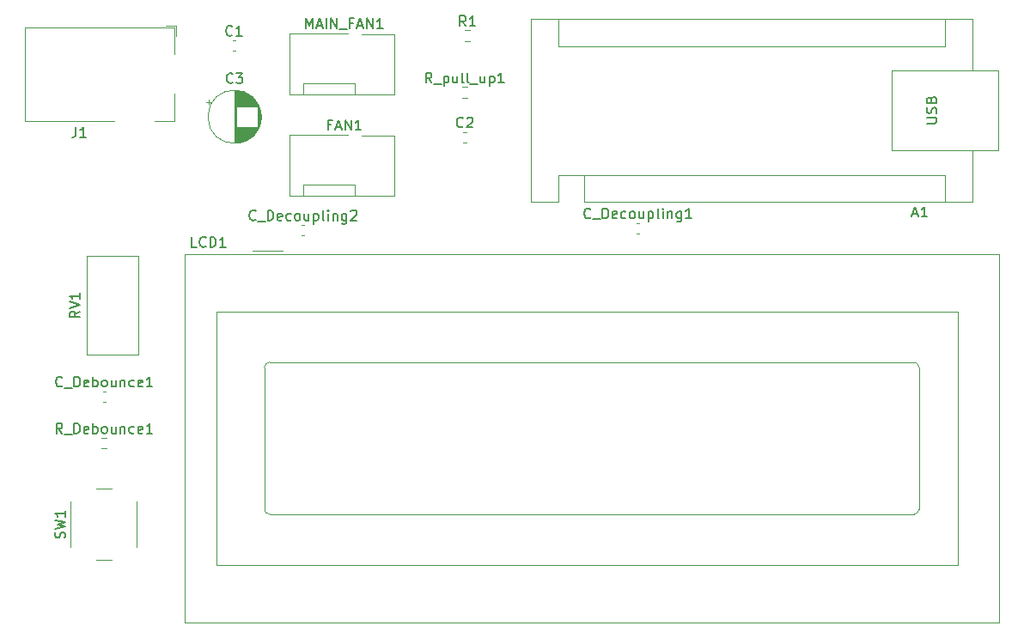
<source format=gto>
%TF.GenerationSoftware,KiCad,Pcbnew,8.0.5*%
%TF.CreationDate,2024-10-30T03:14:09+09:00*%
%TF.ProjectId,FAN_controler_arduino_nano_2,46414e5f-636f-46e7-9472-6f6c65725f61,2.0*%
%TF.SameCoordinates,Original*%
%TF.FileFunction,Legend,Top*%
%TF.FilePolarity,Positive*%
%FSLAX46Y46*%
G04 Gerber Fmt 4.6, Leading zero omitted, Abs format (unit mm)*
G04 Created by KiCad (PCBNEW 8.0.5) date 2024-10-30 03:14:09*
%MOMM*%
%LPD*%
G01*
G04 APERTURE LIST*
%ADD10C,0.150000*%
%ADD11C,0.120000*%
G04 APERTURE END LIST*
D10*
X125333332Y-101129580D02*
X125285713Y-101177200D01*
X125285713Y-101177200D02*
X125142856Y-101224819D01*
X125142856Y-101224819D02*
X125047618Y-101224819D01*
X125047618Y-101224819D02*
X124904761Y-101177200D01*
X124904761Y-101177200D02*
X124809523Y-101081961D01*
X124809523Y-101081961D02*
X124761904Y-100986723D01*
X124761904Y-100986723D02*
X124714285Y-100796247D01*
X124714285Y-100796247D02*
X124714285Y-100653390D01*
X124714285Y-100653390D02*
X124761904Y-100462914D01*
X124761904Y-100462914D02*
X124809523Y-100367676D01*
X124809523Y-100367676D02*
X124904761Y-100272438D01*
X124904761Y-100272438D02*
X125047618Y-100224819D01*
X125047618Y-100224819D02*
X125142856Y-100224819D01*
X125142856Y-100224819D02*
X125285713Y-100272438D01*
X125285713Y-100272438D02*
X125333332Y-100320057D01*
X125523809Y-101320057D02*
X126285713Y-101320057D01*
X126523809Y-101224819D02*
X126523809Y-100224819D01*
X126523809Y-100224819D02*
X126761904Y-100224819D01*
X126761904Y-100224819D02*
X126904761Y-100272438D01*
X126904761Y-100272438D02*
X126999999Y-100367676D01*
X126999999Y-100367676D02*
X127047618Y-100462914D01*
X127047618Y-100462914D02*
X127095237Y-100653390D01*
X127095237Y-100653390D02*
X127095237Y-100796247D01*
X127095237Y-100796247D02*
X127047618Y-100986723D01*
X127047618Y-100986723D02*
X126999999Y-101081961D01*
X126999999Y-101081961D02*
X126904761Y-101177200D01*
X126904761Y-101177200D02*
X126761904Y-101224819D01*
X126761904Y-101224819D02*
X126523809Y-101224819D01*
X127904761Y-101177200D02*
X127809523Y-101224819D01*
X127809523Y-101224819D02*
X127619047Y-101224819D01*
X127619047Y-101224819D02*
X127523809Y-101177200D01*
X127523809Y-101177200D02*
X127476190Y-101081961D01*
X127476190Y-101081961D02*
X127476190Y-100701009D01*
X127476190Y-100701009D02*
X127523809Y-100605771D01*
X127523809Y-100605771D02*
X127619047Y-100558152D01*
X127619047Y-100558152D02*
X127809523Y-100558152D01*
X127809523Y-100558152D02*
X127904761Y-100605771D01*
X127904761Y-100605771D02*
X127952380Y-100701009D01*
X127952380Y-100701009D02*
X127952380Y-100796247D01*
X127952380Y-100796247D02*
X127476190Y-100891485D01*
X128809523Y-101177200D02*
X128714285Y-101224819D01*
X128714285Y-101224819D02*
X128523809Y-101224819D01*
X128523809Y-101224819D02*
X128428571Y-101177200D01*
X128428571Y-101177200D02*
X128380952Y-101129580D01*
X128380952Y-101129580D02*
X128333333Y-101034342D01*
X128333333Y-101034342D02*
X128333333Y-100748628D01*
X128333333Y-100748628D02*
X128380952Y-100653390D01*
X128380952Y-100653390D02*
X128428571Y-100605771D01*
X128428571Y-100605771D02*
X128523809Y-100558152D01*
X128523809Y-100558152D02*
X128714285Y-100558152D01*
X128714285Y-100558152D02*
X128809523Y-100605771D01*
X129380952Y-101224819D02*
X129285714Y-101177200D01*
X129285714Y-101177200D02*
X129238095Y-101129580D01*
X129238095Y-101129580D02*
X129190476Y-101034342D01*
X129190476Y-101034342D02*
X129190476Y-100748628D01*
X129190476Y-100748628D02*
X129238095Y-100653390D01*
X129238095Y-100653390D02*
X129285714Y-100605771D01*
X129285714Y-100605771D02*
X129380952Y-100558152D01*
X129380952Y-100558152D02*
X129523809Y-100558152D01*
X129523809Y-100558152D02*
X129619047Y-100605771D01*
X129619047Y-100605771D02*
X129666666Y-100653390D01*
X129666666Y-100653390D02*
X129714285Y-100748628D01*
X129714285Y-100748628D02*
X129714285Y-101034342D01*
X129714285Y-101034342D02*
X129666666Y-101129580D01*
X129666666Y-101129580D02*
X129619047Y-101177200D01*
X129619047Y-101177200D02*
X129523809Y-101224819D01*
X129523809Y-101224819D02*
X129380952Y-101224819D01*
X130571428Y-100558152D02*
X130571428Y-101224819D01*
X130142857Y-100558152D02*
X130142857Y-101081961D01*
X130142857Y-101081961D02*
X130190476Y-101177200D01*
X130190476Y-101177200D02*
X130285714Y-101224819D01*
X130285714Y-101224819D02*
X130428571Y-101224819D01*
X130428571Y-101224819D02*
X130523809Y-101177200D01*
X130523809Y-101177200D02*
X130571428Y-101129580D01*
X131047619Y-100558152D02*
X131047619Y-101558152D01*
X131047619Y-100605771D02*
X131142857Y-100558152D01*
X131142857Y-100558152D02*
X131333333Y-100558152D01*
X131333333Y-100558152D02*
X131428571Y-100605771D01*
X131428571Y-100605771D02*
X131476190Y-100653390D01*
X131476190Y-100653390D02*
X131523809Y-100748628D01*
X131523809Y-100748628D02*
X131523809Y-101034342D01*
X131523809Y-101034342D02*
X131476190Y-101129580D01*
X131476190Y-101129580D02*
X131428571Y-101177200D01*
X131428571Y-101177200D02*
X131333333Y-101224819D01*
X131333333Y-101224819D02*
X131142857Y-101224819D01*
X131142857Y-101224819D02*
X131047619Y-101177200D01*
X132095238Y-101224819D02*
X132000000Y-101177200D01*
X132000000Y-101177200D02*
X131952381Y-101081961D01*
X131952381Y-101081961D02*
X131952381Y-100224819D01*
X132476191Y-101224819D02*
X132476191Y-100558152D01*
X132476191Y-100224819D02*
X132428572Y-100272438D01*
X132428572Y-100272438D02*
X132476191Y-100320057D01*
X132476191Y-100320057D02*
X132523810Y-100272438D01*
X132523810Y-100272438D02*
X132476191Y-100224819D01*
X132476191Y-100224819D02*
X132476191Y-100320057D01*
X132952381Y-100558152D02*
X132952381Y-101224819D01*
X132952381Y-100653390D02*
X133000000Y-100605771D01*
X133000000Y-100605771D02*
X133095238Y-100558152D01*
X133095238Y-100558152D02*
X133238095Y-100558152D01*
X133238095Y-100558152D02*
X133333333Y-100605771D01*
X133333333Y-100605771D02*
X133380952Y-100701009D01*
X133380952Y-100701009D02*
X133380952Y-101224819D01*
X134285714Y-100558152D02*
X134285714Y-101367676D01*
X134285714Y-101367676D02*
X134238095Y-101462914D01*
X134238095Y-101462914D02*
X134190476Y-101510533D01*
X134190476Y-101510533D02*
X134095238Y-101558152D01*
X134095238Y-101558152D02*
X133952381Y-101558152D01*
X133952381Y-101558152D02*
X133857143Y-101510533D01*
X134285714Y-101177200D02*
X134190476Y-101224819D01*
X134190476Y-101224819D02*
X134000000Y-101224819D01*
X134000000Y-101224819D02*
X133904762Y-101177200D01*
X133904762Y-101177200D02*
X133857143Y-101129580D01*
X133857143Y-101129580D02*
X133809524Y-101034342D01*
X133809524Y-101034342D02*
X133809524Y-100748628D01*
X133809524Y-100748628D02*
X133857143Y-100653390D01*
X133857143Y-100653390D02*
X133904762Y-100605771D01*
X133904762Y-100605771D02*
X134000000Y-100558152D01*
X134000000Y-100558152D02*
X134190476Y-100558152D01*
X134190476Y-100558152D02*
X134285714Y-100605771D01*
X134714286Y-100320057D02*
X134761905Y-100272438D01*
X134761905Y-100272438D02*
X134857143Y-100224819D01*
X134857143Y-100224819D02*
X135095238Y-100224819D01*
X135095238Y-100224819D02*
X135190476Y-100272438D01*
X135190476Y-100272438D02*
X135238095Y-100320057D01*
X135238095Y-100320057D02*
X135285714Y-100415295D01*
X135285714Y-100415295D02*
X135285714Y-100510533D01*
X135285714Y-100510533D02*
X135238095Y-100653390D01*
X135238095Y-100653390D02*
X134666667Y-101224819D01*
X134666667Y-101224819D02*
X135285714Y-101224819D01*
X146033333Y-82054819D02*
X145700000Y-81578628D01*
X145461905Y-82054819D02*
X145461905Y-81054819D01*
X145461905Y-81054819D02*
X145842857Y-81054819D01*
X145842857Y-81054819D02*
X145938095Y-81102438D01*
X145938095Y-81102438D02*
X145985714Y-81150057D01*
X145985714Y-81150057D02*
X146033333Y-81245295D01*
X146033333Y-81245295D02*
X146033333Y-81388152D01*
X146033333Y-81388152D02*
X145985714Y-81483390D01*
X145985714Y-81483390D02*
X145938095Y-81531009D01*
X145938095Y-81531009D02*
X145842857Y-81578628D01*
X145842857Y-81578628D02*
X145461905Y-81578628D01*
X146985714Y-82054819D02*
X146414286Y-82054819D01*
X146700000Y-82054819D02*
X146700000Y-81054819D01*
X146700000Y-81054819D02*
X146604762Y-81197676D01*
X146604762Y-81197676D02*
X146509524Y-81292914D01*
X146509524Y-81292914D02*
X146414286Y-81340533D01*
X145770833Y-91959580D02*
X145723214Y-92007200D01*
X145723214Y-92007200D02*
X145580357Y-92054819D01*
X145580357Y-92054819D02*
X145485119Y-92054819D01*
X145485119Y-92054819D02*
X145342262Y-92007200D01*
X145342262Y-92007200D02*
X145247024Y-91911961D01*
X145247024Y-91911961D02*
X145199405Y-91816723D01*
X145199405Y-91816723D02*
X145151786Y-91626247D01*
X145151786Y-91626247D02*
X145151786Y-91483390D01*
X145151786Y-91483390D02*
X145199405Y-91292914D01*
X145199405Y-91292914D02*
X145247024Y-91197676D01*
X145247024Y-91197676D02*
X145342262Y-91102438D01*
X145342262Y-91102438D02*
X145485119Y-91054819D01*
X145485119Y-91054819D02*
X145580357Y-91054819D01*
X145580357Y-91054819D02*
X145723214Y-91102438D01*
X145723214Y-91102438D02*
X145770833Y-91150057D01*
X146151786Y-91150057D02*
X146199405Y-91102438D01*
X146199405Y-91102438D02*
X146294643Y-91054819D01*
X146294643Y-91054819D02*
X146532738Y-91054819D01*
X146532738Y-91054819D02*
X146627976Y-91102438D01*
X146627976Y-91102438D02*
X146675595Y-91150057D01*
X146675595Y-91150057D02*
X146723214Y-91245295D01*
X146723214Y-91245295D02*
X146723214Y-91340533D01*
X146723214Y-91340533D02*
X146675595Y-91483390D01*
X146675595Y-91483390D02*
X146104167Y-92054819D01*
X146104167Y-92054819D02*
X146723214Y-92054819D01*
X119513853Y-103844119D02*
X119037663Y-103844119D01*
X119037663Y-103844119D02*
X119037663Y-102844119D01*
X120418615Y-103748880D02*
X120370996Y-103796500D01*
X120370996Y-103796500D02*
X120228139Y-103844119D01*
X120228139Y-103844119D02*
X120132901Y-103844119D01*
X120132901Y-103844119D02*
X119990044Y-103796500D01*
X119990044Y-103796500D02*
X119894806Y-103701261D01*
X119894806Y-103701261D02*
X119847187Y-103606023D01*
X119847187Y-103606023D02*
X119799568Y-103415547D01*
X119799568Y-103415547D02*
X119799568Y-103272690D01*
X119799568Y-103272690D02*
X119847187Y-103082214D01*
X119847187Y-103082214D02*
X119894806Y-102986976D01*
X119894806Y-102986976D02*
X119990044Y-102891738D01*
X119990044Y-102891738D02*
X120132901Y-102844119D01*
X120132901Y-102844119D02*
X120228139Y-102844119D01*
X120228139Y-102844119D02*
X120370996Y-102891738D01*
X120370996Y-102891738D02*
X120418615Y-102939357D01*
X120847187Y-103844119D02*
X120847187Y-102844119D01*
X120847187Y-102844119D02*
X121085282Y-102844119D01*
X121085282Y-102844119D02*
X121228139Y-102891738D01*
X121228139Y-102891738D02*
X121323377Y-102986976D01*
X121323377Y-102986976D02*
X121370996Y-103082214D01*
X121370996Y-103082214D02*
X121418615Y-103272690D01*
X121418615Y-103272690D02*
X121418615Y-103415547D01*
X121418615Y-103415547D02*
X121370996Y-103606023D01*
X121370996Y-103606023D02*
X121323377Y-103701261D01*
X121323377Y-103701261D02*
X121228139Y-103796500D01*
X121228139Y-103796500D02*
X121085282Y-103844119D01*
X121085282Y-103844119D02*
X120847187Y-103844119D01*
X122370996Y-103844119D02*
X121799568Y-103844119D01*
X122085282Y-103844119D02*
X122085282Y-102844119D01*
X122085282Y-102844119D02*
X121990044Y-102986976D01*
X121990044Y-102986976D02*
X121894806Y-103082214D01*
X121894806Y-103082214D02*
X121799568Y-103129833D01*
X190085714Y-100569104D02*
X190561904Y-100569104D01*
X189990476Y-100854819D02*
X190323809Y-99854819D01*
X190323809Y-99854819D02*
X190657142Y-100854819D01*
X191514285Y-100854819D02*
X190942857Y-100854819D01*
X191228571Y-100854819D02*
X191228571Y-99854819D01*
X191228571Y-99854819D02*
X191133333Y-99997676D01*
X191133333Y-99997676D02*
X191038095Y-100092914D01*
X191038095Y-100092914D02*
X190942857Y-100140533D01*
X191454819Y-91641904D02*
X192264342Y-91641904D01*
X192264342Y-91641904D02*
X192359580Y-91594285D01*
X192359580Y-91594285D02*
X192407200Y-91546666D01*
X192407200Y-91546666D02*
X192454819Y-91451428D01*
X192454819Y-91451428D02*
X192454819Y-91260952D01*
X192454819Y-91260952D02*
X192407200Y-91165714D01*
X192407200Y-91165714D02*
X192359580Y-91118095D01*
X192359580Y-91118095D02*
X192264342Y-91070476D01*
X192264342Y-91070476D02*
X191454819Y-91070476D01*
X192407200Y-90641904D02*
X192454819Y-90499047D01*
X192454819Y-90499047D02*
X192454819Y-90260952D01*
X192454819Y-90260952D02*
X192407200Y-90165714D01*
X192407200Y-90165714D02*
X192359580Y-90118095D01*
X192359580Y-90118095D02*
X192264342Y-90070476D01*
X192264342Y-90070476D02*
X192169104Y-90070476D01*
X192169104Y-90070476D02*
X192073866Y-90118095D01*
X192073866Y-90118095D02*
X192026247Y-90165714D01*
X192026247Y-90165714D02*
X191978628Y-90260952D01*
X191978628Y-90260952D02*
X191931009Y-90451428D01*
X191931009Y-90451428D02*
X191883390Y-90546666D01*
X191883390Y-90546666D02*
X191835771Y-90594285D01*
X191835771Y-90594285D02*
X191740533Y-90641904D01*
X191740533Y-90641904D02*
X191645295Y-90641904D01*
X191645295Y-90641904D02*
X191550057Y-90594285D01*
X191550057Y-90594285D02*
X191502438Y-90546666D01*
X191502438Y-90546666D02*
X191454819Y-90451428D01*
X191454819Y-90451428D02*
X191454819Y-90213333D01*
X191454819Y-90213333D02*
X191502438Y-90070476D01*
X191931009Y-89308571D02*
X191978628Y-89165714D01*
X191978628Y-89165714D02*
X192026247Y-89118095D01*
X192026247Y-89118095D02*
X192121485Y-89070476D01*
X192121485Y-89070476D02*
X192264342Y-89070476D01*
X192264342Y-89070476D02*
X192359580Y-89118095D01*
X192359580Y-89118095D02*
X192407200Y-89165714D01*
X192407200Y-89165714D02*
X192454819Y-89260952D01*
X192454819Y-89260952D02*
X192454819Y-89641904D01*
X192454819Y-89641904D02*
X191454819Y-89641904D01*
X191454819Y-89641904D02*
X191454819Y-89308571D01*
X191454819Y-89308571D02*
X191502438Y-89213333D01*
X191502438Y-89213333D02*
X191550057Y-89165714D01*
X191550057Y-89165714D02*
X191645295Y-89118095D01*
X191645295Y-89118095D02*
X191740533Y-89118095D01*
X191740533Y-89118095D02*
X191835771Y-89165714D01*
X191835771Y-89165714D02*
X191883390Y-89213333D01*
X191883390Y-89213333D02*
X191931009Y-89308571D01*
X191931009Y-89308571D02*
X191931009Y-89641904D01*
X106507200Y-132533332D02*
X106554819Y-132390475D01*
X106554819Y-132390475D02*
X106554819Y-132152380D01*
X106554819Y-132152380D02*
X106507200Y-132057142D01*
X106507200Y-132057142D02*
X106459580Y-132009523D01*
X106459580Y-132009523D02*
X106364342Y-131961904D01*
X106364342Y-131961904D02*
X106269104Y-131961904D01*
X106269104Y-131961904D02*
X106173866Y-132009523D01*
X106173866Y-132009523D02*
X106126247Y-132057142D01*
X106126247Y-132057142D02*
X106078628Y-132152380D01*
X106078628Y-132152380D02*
X106031009Y-132342856D01*
X106031009Y-132342856D02*
X105983390Y-132438094D01*
X105983390Y-132438094D02*
X105935771Y-132485713D01*
X105935771Y-132485713D02*
X105840533Y-132533332D01*
X105840533Y-132533332D02*
X105745295Y-132533332D01*
X105745295Y-132533332D02*
X105650057Y-132485713D01*
X105650057Y-132485713D02*
X105602438Y-132438094D01*
X105602438Y-132438094D02*
X105554819Y-132342856D01*
X105554819Y-132342856D02*
X105554819Y-132104761D01*
X105554819Y-132104761D02*
X105602438Y-131961904D01*
X105554819Y-131628570D02*
X106554819Y-131390475D01*
X106554819Y-131390475D02*
X105840533Y-131199999D01*
X105840533Y-131199999D02*
X106554819Y-131009523D01*
X106554819Y-131009523D02*
X105554819Y-130771428D01*
X106554819Y-129866666D02*
X106554819Y-130438094D01*
X106554819Y-130152380D02*
X105554819Y-130152380D01*
X105554819Y-130152380D02*
X105697676Y-130247618D01*
X105697676Y-130247618D02*
X105792914Y-130342856D01*
X105792914Y-130342856D02*
X105840533Y-130438094D01*
X123078221Y-87609580D02*
X123030602Y-87657200D01*
X123030602Y-87657200D02*
X122887745Y-87704819D01*
X122887745Y-87704819D02*
X122792507Y-87704819D01*
X122792507Y-87704819D02*
X122649650Y-87657200D01*
X122649650Y-87657200D02*
X122554412Y-87561961D01*
X122554412Y-87561961D02*
X122506793Y-87466723D01*
X122506793Y-87466723D02*
X122459174Y-87276247D01*
X122459174Y-87276247D02*
X122459174Y-87133390D01*
X122459174Y-87133390D02*
X122506793Y-86942914D01*
X122506793Y-86942914D02*
X122554412Y-86847676D01*
X122554412Y-86847676D02*
X122649650Y-86752438D01*
X122649650Y-86752438D02*
X122792507Y-86704819D01*
X122792507Y-86704819D02*
X122887745Y-86704819D01*
X122887745Y-86704819D02*
X123030602Y-86752438D01*
X123030602Y-86752438D02*
X123078221Y-86800057D01*
X123411555Y-86704819D02*
X124030602Y-86704819D01*
X124030602Y-86704819D02*
X123697269Y-87085771D01*
X123697269Y-87085771D02*
X123840126Y-87085771D01*
X123840126Y-87085771D02*
X123935364Y-87133390D01*
X123935364Y-87133390D02*
X123982983Y-87181009D01*
X123982983Y-87181009D02*
X124030602Y-87276247D01*
X124030602Y-87276247D02*
X124030602Y-87514342D01*
X124030602Y-87514342D02*
X123982983Y-87609580D01*
X123982983Y-87609580D02*
X123935364Y-87657200D01*
X123935364Y-87657200D02*
X123840126Y-87704819D01*
X123840126Y-87704819D02*
X123554412Y-87704819D01*
X123554412Y-87704819D02*
X123459174Y-87657200D01*
X123459174Y-87657200D02*
X123411555Y-87609580D01*
X158333332Y-100929580D02*
X158285713Y-100977200D01*
X158285713Y-100977200D02*
X158142856Y-101024819D01*
X158142856Y-101024819D02*
X158047618Y-101024819D01*
X158047618Y-101024819D02*
X157904761Y-100977200D01*
X157904761Y-100977200D02*
X157809523Y-100881961D01*
X157809523Y-100881961D02*
X157761904Y-100786723D01*
X157761904Y-100786723D02*
X157714285Y-100596247D01*
X157714285Y-100596247D02*
X157714285Y-100453390D01*
X157714285Y-100453390D02*
X157761904Y-100262914D01*
X157761904Y-100262914D02*
X157809523Y-100167676D01*
X157809523Y-100167676D02*
X157904761Y-100072438D01*
X157904761Y-100072438D02*
X158047618Y-100024819D01*
X158047618Y-100024819D02*
X158142856Y-100024819D01*
X158142856Y-100024819D02*
X158285713Y-100072438D01*
X158285713Y-100072438D02*
X158333332Y-100120057D01*
X158523809Y-101120057D02*
X159285713Y-101120057D01*
X159523809Y-101024819D02*
X159523809Y-100024819D01*
X159523809Y-100024819D02*
X159761904Y-100024819D01*
X159761904Y-100024819D02*
X159904761Y-100072438D01*
X159904761Y-100072438D02*
X159999999Y-100167676D01*
X159999999Y-100167676D02*
X160047618Y-100262914D01*
X160047618Y-100262914D02*
X160095237Y-100453390D01*
X160095237Y-100453390D02*
X160095237Y-100596247D01*
X160095237Y-100596247D02*
X160047618Y-100786723D01*
X160047618Y-100786723D02*
X159999999Y-100881961D01*
X159999999Y-100881961D02*
X159904761Y-100977200D01*
X159904761Y-100977200D02*
X159761904Y-101024819D01*
X159761904Y-101024819D02*
X159523809Y-101024819D01*
X160904761Y-100977200D02*
X160809523Y-101024819D01*
X160809523Y-101024819D02*
X160619047Y-101024819D01*
X160619047Y-101024819D02*
X160523809Y-100977200D01*
X160523809Y-100977200D02*
X160476190Y-100881961D01*
X160476190Y-100881961D02*
X160476190Y-100501009D01*
X160476190Y-100501009D02*
X160523809Y-100405771D01*
X160523809Y-100405771D02*
X160619047Y-100358152D01*
X160619047Y-100358152D02*
X160809523Y-100358152D01*
X160809523Y-100358152D02*
X160904761Y-100405771D01*
X160904761Y-100405771D02*
X160952380Y-100501009D01*
X160952380Y-100501009D02*
X160952380Y-100596247D01*
X160952380Y-100596247D02*
X160476190Y-100691485D01*
X161809523Y-100977200D02*
X161714285Y-101024819D01*
X161714285Y-101024819D02*
X161523809Y-101024819D01*
X161523809Y-101024819D02*
X161428571Y-100977200D01*
X161428571Y-100977200D02*
X161380952Y-100929580D01*
X161380952Y-100929580D02*
X161333333Y-100834342D01*
X161333333Y-100834342D02*
X161333333Y-100548628D01*
X161333333Y-100548628D02*
X161380952Y-100453390D01*
X161380952Y-100453390D02*
X161428571Y-100405771D01*
X161428571Y-100405771D02*
X161523809Y-100358152D01*
X161523809Y-100358152D02*
X161714285Y-100358152D01*
X161714285Y-100358152D02*
X161809523Y-100405771D01*
X162380952Y-101024819D02*
X162285714Y-100977200D01*
X162285714Y-100977200D02*
X162238095Y-100929580D01*
X162238095Y-100929580D02*
X162190476Y-100834342D01*
X162190476Y-100834342D02*
X162190476Y-100548628D01*
X162190476Y-100548628D02*
X162238095Y-100453390D01*
X162238095Y-100453390D02*
X162285714Y-100405771D01*
X162285714Y-100405771D02*
X162380952Y-100358152D01*
X162380952Y-100358152D02*
X162523809Y-100358152D01*
X162523809Y-100358152D02*
X162619047Y-100405771D01*
X162619047Y-100405771D02*
X162666666Y-100453390D01*
X162666666Y-100453390D02*
X162714285Y-100548628D01*
X162714285Y-100548628D02*
X162714285Y-100834342D01*
X162714285Y-100834342D02*
X162666666Y-100929580D01*
X162666666Y-100929580D02*
X162619047Y-100977200D01*
X162619047Y-100977200D02*
X162523809Y-101024819D01*
X162523809Y-101024819D02*
X162380952Y-101024819D01*
X163571428Y-100358152D02*
X163571428Y-101024819D01*
X163142857Y-100358152D02*
X163142857Y-100881961D01*
X163142857Y-100881961D02*
X163190476Y-100977200D01*
X163190476Y-100977200D02*
X163285714Y-101024819D01*
X163285714Y-101024819D02*
X163428571Y-101024819D01*
X163428571Y-101024819D02*
X163523809Y-100977200D01*
X163523809Y-100977200D02*
X163571428Y-100929580D01*
X164047619Y-100358152D02*
X164047619Y-101358152D01*
X164047619Y-100405771D02*
X164142857Y-100358152D01*
X164142857Y-100358152D02*
X164333333Y-100358152D01*
X164333333Y-100358152D02*
X164428571Y-100405771D01*
X164428571Y-100405771D02*
X164476190Y-100453390D01*
X164476190Y-100453390D02*
X164523809Y-100548628D01*
X164523809Y-100548628D02*
X164523809Y-100834342D01*
X164523809Y-100834342D02*
X164476190Y-100929580D01*
X164476190Y-100929580D02*
X164428571Y-100977200D01*
X164428571Y-100977200D02*
X164333333Y-101024819D01*
X164333333Y-101024819D02*
X164142857Y-101024819D01*
X164142857Y-101024819D02*
X164047619Y-100977200D01*
X165095238Y-101024819D02*
X165000000Y-100977200D01*
X165000000Y-100977200D02*
X164952381Y-100881961D01*
X164952381Y-100881961D02*
X164952381Y-100024819D01*
X165476191Y-101024819D02*
X165476191Y-100358152D01*
X165476191Y-100024819D02*
X165428572Y-100072438D01*
X165428572Y-100072438D02*
X165476191Y-100120057D01*
X165476191Y-100120057D02*
X165523810Y-100072438D01*
X165523810Y-100072438D02*
X165476191Y-100024819D01*
X165476191Y-100024819D02*
X165476191Y-100120057D01*
X165952381Y-100358152D02*
X165952381Y-101024819D01*
X165952381Y-100453390D02*
X166000000Y-100405771D01*
X166000000Y-100405771D02*
X166095238Y-100358152D01*
X166095238Y-100358152D02*
X166238095Y-100358152D01*
X166238095Y-100358152D02*
X166333333Y-100405771D01*
X166333333Y-100405771D02*
X166380952Y-100501009D01*
X166380952Y-100501009D02*
X166380952Y-101024819D01*
X167285714Y-100358152D02*
X167285714Y-101167676D01*
X167285714Y-101167676D02*
X167238095Y-101262914D01*
X167238095Y-101262914D02*
X167190476Y-101310533D01*
X167190476Y-101310533D02*
X167095238Y-101358152D01*
X167095238Y-101358152D02*
X166952381Y-101358152D01*
X166952381Y-101358152D02*
X166857143Y-101310533D01*
X167285714Y-100977200D02*
X167190476Y-101024819D01*
X167190476Y-101024819D02*
X167000000Y-101024819D01*
X167000000Y-101024819D02*
X166904762Y-100977200D01*
X166904762Y-100977200D02*
X166857143Y-100929580D01*
X166857143Y-100929580D02*
X166809524Y-100834342D01*
X166809524Y-100834342D02*
X166809524Y-100548628D01*
X166809524Y-100548628D02*
X166857143Y-100453390D01*
X166857143Y-100453390D02*
X166904762Y-100405771D01*
X166904762Y-100405771D02*
X167000000Y-100358152D01*
X167000000Y-100358152D02*
X167190476Y-100358152D01*
X167190476Y-100358152D02*
X167285714Y-100405771D01*
X168285714Y-101024819D02*
X167714286Y-101024819D01*
X168000000Y-101024819D02*
X168000000Y-100024819D01*
X168000000Y-100024819D02*
X167904762Y-100167676D01*
X167904762Y-100167676D02*
X167809524Y-100262914D01*
X167809524Y-100262914D02*
X167714286Y-100310533D01*
X132774285Y-91781009D02*
X132440952Y-91781009D01*
X132440952Y-92304819D02*
X132440952Y-91304819D01*
X132440952Y-91304819D02*
X132917142Y-91304819D01*
X133250476Y-92019104D02*
X133726666Y-92019104D01*
X133155238Y-92304819D02*
X133488571Y-91304819D01*
X133488571Y-91304819D02*
X133821904Y-92304819D01*
X134155238Y-92304819D02*
X134155238Y-91304819D01*
X134155238Y-91304819D02*
X134726666Y-92304819D01*
X134726666Y-92304819D02*
X134726666Y-91304819D01*
X135726666Y-92304819D02*
X135155238Y-92304819D01*
X135440952Y-92304819D02*
X135440952Y-91304819D01*
X135440952Y-91304819D02*
X135345714Y-91447676D01*
X135345714Y-91447676D02*
X135250476Y-91542914D01*
X135250476Y-91542914D02*
X135155238Y-91590533D01*
X106257142Y-117529580D02*
X106209523Y-117577200D01*
X106209523Y-117577200D02*
X106066666Y-117624819D01*
X106066666Y-117624819D02*
X105971428Y-117624819D01*
X105971428Y-117624819D02*
X105828571Y-117577200D01*
X105828571Y-117577200D02*
X105733333Y-117481961D01*
X105733333Y-117481961D02*
X105685714Y-117386723D01*
X105685714Y-117386723D02*
X105638095Y-117196247D01*
X105638095Y-117196247D02*
X105638095Y-117053390D01*
X105638095Y-117053390D02*
X105685714Y-116862914D01*
X105685714Y-116862914D02*
X105733333Y-116767676D01*
X105733333Y-116767676D02*
X105828571Y-116672438D01*
X105828571Y-116672438D02*
X105971428Y-116624819D01*
X105971428Y-116624819D02*
X106066666Y-116624819D01*
X106066666Y-116624819D02*
X106209523Y-116672438D01*
X106209523Y-116672438D02*
X106257142Y-116720057D01*
X106447619Y-117720057D02*
X107209523Y-117720057D01*
X107447619Y-117624819D02*
X107447619Y-116624819D01*
X107447619Y-116624819D02*
X107685714Y-116624819D01*
X107685714Y-116624819D02*
X107828571Y-116672438D01*
X107828571Y-116672438D02*
X107923809Y-116767676D01*
X107923809Y-116767676D02*
X107971428Y-116862914D01*
X107971428Y-116862914D02*
X108019047Y-117053390D01*
X108019047Y-117053390D02*
X108019047Y-117196247D01*
X108019047Y-117196247D02*
X107971428Y-117386723D01*
X107971428Y-117386723D02*
X107923809Y-117481961D01*
X107923809Y-117481961D02*
X107828571Y-117577200D01*
X107828571Y-117577200D02*
X107685714Y-117624819D01*
X107685714Y-117624819D02*
X107447619Y-117624819D01*
X108828571Y-117577200D02*
X108733333Y-117624819D01*
X108733333Y-117624819D02*
X108542857Y-117624819D01*
X108542857Y-117624819D02*
X108447619Y-117577200D01*
X108447619Y-117577200D02*
X108400000Y-117481961D01*
X108400000Y-117481961D02*
X108400000Y-117101009D01*
X108400000Y-117101009D02*
X108447619Y-117005771D01*
X108447619Y-117005771D02*
X108542857Y-116958152D01*
X108542857Y-116958152D02*
X108733333Y-116958152D01*
X108733333Y-116958152D02*
X108828571Y-117005771D01*
X108828571Y-117005771D02*
X108876190Y-117101009D01*
X108876190Y-117101009D02*
X108876190Y-117196247D01*
X108876190Y-117196247D02*
X108400000Y-117291485D01*
X109304762Y-117624819D02*
X109304762Y-116624819D01*
X109304762Y-117005771D02*
X109400000Y-116958152D01*
X109400000Y-116958152D02*
X109590476Y-116958152D01*
X109590476Y-116958152D02*
X109685714Y-117005771D01*
X109685714Y-117005771D02*
X109733333Y-117053390D01*
X109733333Y-117053390D02*
X109780952Y-117148628D01*
X109780952Y-117148628D02*
X109780952Y-117434342D01*
X109780952Y-117434342D02*
X109733333Y-117529580D01*
X109733333Y-117529580D02*
X109685714Y-117577200D01*
X109685714Y-117577200D02*
X109590476Y-117624819D01*
X109590476Y-117624819D02*
X109400000Y-117624819D01*
X109400000Y-117624819D02*
X109304762Y-117577200D01*
X110352381Y-117624819D02*
X110257143Y-117577200D01*
X110257143Y-117577200D02*
X110209524Y-117529580D01*
X110209524Y-117529580D02*
X110161905Y-117434342D01*
X110161905Y-117434342D02*
X110161905Y-117148628D01*
X110161905Y-117148628D02*
X110209524Y-117053390D01*
X110209524Y-117053390D02*
X110257143Y-117005771D01*
X110257143Y-117005771D02*
X110352381Y-116958152D01*
X110352381Y-116958152D02*
X110495238Y-116958152D01*
X110495238Y-116958152D02*
X110590476Y-117005771D01*
X110590476Y-117005771D02*
X110638095Y-117053390D01*
X110638095Y-117053390D02*
X110685714Y-117148628D01*
X110685714Y-117148628D02*
X110685714Y-117434342D01*
X110685714Y-117434342D02*
X110638095Y-117529580D01*
X110638095Y-117529580D02*
X110590476Y-117577200D01*
X110590476Y-117577200D02*
X110495238Y-117624819D01*
X110495238Y-117624819D02*
X110352381Y-117624819D01*
X111542857Y-116958152D02*
X111542857Y-117624819D01*
X111114286Y-116958152D02*
X111114286Y-117481961D01*
X111114286Y-117481961D02*
X111161905Y-117577200D01*
X111161905Y-117577200D02*
X111257143Y-117624819D01*
X111257143Y-117624819D02*
X111400000Y-117624819D01*
X111400000Y-117624819D02*
X111495238Y-117577200D01*
X111495238Y-117577200D02*
X111542857Y-117529580D01*
X112019048Y-116958152D02*
X112019048Y-117624819D01*
X112019048Y-117053390D02*
X112066667Y-117005771D01*
X112066667Y-117005771D02*
X112161905Y-116958152D01*
X112161905Y-116958152D02*
X112304762Y-116958152D01*
X112304762Y-116958152D02*
X112400000Y-117005771D01*
X112400000Y-117005771D02*
X112447619Y-117101009D01*
X112447619Y-117101009D02*
X112447619Y-117624819D01*
X113352381Y-117577200D02*
X113257143Y-117624819D01*
X113257143Y-117624819D02*
X113066667Y-117624819D01*
X113066667Y-117624819D02*
X112971429Y-117577200D01*
X112971429Y-117577200D02*
X112923810Y-117529580D01*
X112923810Y-117529580D02*
X112876191Y-117434342D01*
X112876191Y-117434342D02*
X112876191Y-117148628D01*
X112876191Y-117148628D02*
X112923810Y-117053390D01*
X112923810Y-117053390D02*
X112971429Y-117005771D01*
X112971429Y-117005771D02*
X113066667Y-116958152D01*
X113066667Y-116958152D02*
X113257143Y-116958152D01*
X113257143Y-116958152D02*
X113352381Y-117005771D01*
X114161905Y-117577200D02*
X114066667Y-117624819D01*
X114066667Y-117624819D02*
X113876191Y-117624819D01*
X113876191Y-117624819D02*
X113780953Y-117577200D01*
X113780953Y-117577200D02*
X113733334Y-117481961D01*
X113733334Y-117481961D02*
X113733334Y-117101009D01*
X113733334Y-117101009D02*
X113780953Y-117005771D01*
X113780953Y-117005771D02*
X113876191Y-116958152D01*
X113876191Y-116958152D02*
X114066667Y-116958152D01*
X114066667Y-116958152D02*
X114161905Y-117005771D01*
X114161905Y-117005771D02*
X114209524Y-117101009D01*
X114209524Y-117101009D02*
X114209524Y-117196247D01*
X114209524Y-117196247D02*
X113733334Y-117291485D01*
X115161905Y-117624819D02*
X114590477Y-117624819D01*
X114876191Y-117624819D02*
X114876191Y-116624819D01*
X114876191Y-116624819D02*
X114780953Y-116767676D01*
X114780953Y-116767676D02*
X114685715Y-116862914D01*
X114685715Y-116862914D02*
X114590477Y-116910533D01*
X142675594Y-87654819D02*
X142342261Y-87178628D01*
X142104166Y-87654819D02*
X142104166Y-86654819D01*
X142104166Y-86654819D02*
X142485118Y-86654819D01*
X142485118Y-86654819D02*
X142580356Y-86702438D01*
X142580356Y-86702438D02*
X142627975Y-86750057D01*
X142627975Y-86750057D02*
X142675594Y-86845295D01*
X142675594Y-86845295D02*
X142675594Y-86988152D01*
X142675594Y-86988152D02*
X142627975Y-87083390D01*
X142627975Y-87083390D02*
X142580356Y-87131009D01*
X142580356Y-87131009D02*
X142485118Y-87178628D01*
X142485118Y-87178628D02*
X142104166Y-87178628D01*
X142866071Y-87750057D02*
X143627975Y-87750057D01*
X143866071Y-86988152D02*
X143866071Y-87988152D01*
X143866071Y-87035771D02*
X143961309Y-86988152D01*
X143961309Y-86988152D02*
X144151785Y-86988152D01*
X144151785Y-86988152D02*
X144247023Y-87035771D01*
X144247023Y-87035771D02*
X144294642Y-87083390D01*
X144294642Y-87083390D02*
X144342261Y-87178628D01*
X144342261Y-87178628D02*
X144342261Y-87464342D01*
X144342261Y-87464342D02*
X144294642Y-87559580D01*
X144294642Y-87559580D02*
X144247023Y-87607200D01*
X144247023Y-87607200D02*
X144151785Y-87654819D01*
X144151785Y-87654819D02*
X143961309Y-87654819D01*
X143961309Y-87654819D02*
X143866071Y-87607200D01*
X145199404Y-86988152D02*
X145199404Y-87654819D01*
X144770833Y-86988152D02*
X144770833Y-87511961D01*
X144770833Y-87511961D02*
X144818452Y-87607200D01*
X144818452Y-87607200D02*
X144913690Y-87654819D01*
X144913690Y-87654819D02*
X145056547Y-87654819D01*
X145056547Y-87654819D02*
X145151785Y-87607200D01*
X145151785Y-87607200D02*
X145199404Y-87559580D01*
X145818452Y-87654819D02*
X145723214Y-87607200D01*
X145723214Y-87607200D02*
X145675595Y-87511961D01*
X145675595Y-87511961D02*
X145675595Y-86654819D01*
X146342262Y-87654819D02*
X146247024Y-87607200D01*
X146247024Y-87607200D02*
X146199405Y-87511961D01*
X146199405Y-87511961D02*
X146199405Y-86654819D01*
X146485120Y-87750057D02*
X147247024Y-87750057D01*
X147913691Y-86988152D02*
X147913691Y-87654819D01*
X147485120Y-86988152D02*
X147485120Y-87511961D01*
X147485120Y-87511961D02*
X147532739Y-87607200D01*
X147532739Y-87607200D02*
X147627977Y-87654819D01*
X147627977Y-87654819D02*
X147770834Y-87654819D01*
X147770834Y-87654819D02*
X147866072Y-87607200D01*
X147866072Y-87607200D02*
X147913691Y-87559580D01*
X148389882Y-86988152D02*
X148389882Y-87988152D01*
X148389882Y-87035771D02*
X148485120Y-86988152D01*
X148485120Y-86988152D02*
X148675596Y-86988152D01*
X148675596Y-86988152D02*
X148770834Y-87035771D01*
X148770834Y-87035771D02*
X148818453Y-87083390D01*
X148818453Y-87083390D02*
X148866072Y-87178628D01*
X148866072Y-87178628D02*
X148866072Y-87464342D01*
X148866072Y-87464342D02*
X148818453Y-87559580D01*
X148818453Y-87559580D02*
X148770834Y-87607200D01*
X148770834Y-87607200D02*
X148675596Y-87654819D01*
X148675596Y-87654819D02*
X148485120Y-87654819D01*
X148485120Y-87654819D02*
X148389882Y-87607200D01*
X149818453Y-87654819D02*
X149247025Y-87654819D01*
X149532739Y-87654819D02*
X149532739Y-86654819D01*
X149532739Y-86654819D02*
X149437501Y-86797676D01*
X149437501Y-86797676D02*
X149342263Y-86892914D01*
X149342263Y-86892914D02*
X149247025Y-86940533D01*
X123033333Y-82929580D02*
X122985714Y-82977200D01*
X122985714Y-82977200D02*
X122842857Y-83024819D01*
X122842857Y-83024819D02*
X122747619Y-83024819D01*
X122747619Y-83024819D02*
X122604762Y-82977200D01*
X122604762Y-82977200D02*
X122509524Y-82881961D01*
X122509524Y-82881961D02*
X122461905Y-82786723D01*
X122461905Y-82786723D02*
X122414286Y-82596247D01*
X122414286Y-82596247D02*
X122414286Y-82453390D01*
X122414286Y-82453390D02*
X122461905Y-82262914D01*
X122461905Y-82262914D02*
X122509524Y-82167676D01*
X122509524Y-82167676D02*
X122604762Y-82072438D01*
X122604762Y-82072438D02*
X122747619Y-82024819D01*
X122747619Y-82024819D02*
X122842857Y-82024819D01*
X122842857Y-82024819D02*
X122985714Y-82072438D01*
X122985714Y-82072438D02*
X123033333Y-82120057D01*
X123985714Y-83024819D02*
X123414286Y-83024819D01*
X123700000Y-83024819D02*
X123700000Y-82024819D01*
X123700000Y-82024819D02*
X123604762Y-82167676D01*
X123604762Y-82167676D02*
X123509524Y-82262914D01*
X123509524Y-82262914D02*
X123414286Y-82310533D01*
X106257142Y-122224819D02*
X105923809Y-121748628D01*
X105685714Y-122224819D02*
X105685714Y-121224819D01*
X105685714Y-121224819D02*
X106066666Y-121224819D01*
X106066666Y-121224819D02*
X106161904Y-121272438D01*
X106161904Y-121272438D02*
X106209523Y-121320057D01*
X106209523Y-121320057D02*
X106257142Y-121415295D01*
X106257142Y-121415295D02*
X106257142Y-121558152D01*
X106257142Y-121558152D02*
X106209523Y-121653390D01*
X106209523Y-121653390D02*
X106161904Y-121701009D01*
X106161904Y-121701009D02*
X106066666Y-121748628D01*
X106066666Y-121748628D02*
X105685714Y-121748628D01*
X106447619Y-122320057D02*
X107209523Y-122320057D01*
X107447619Y-122224819D02*
X107447619Y-121224819D01*
X107447619Y-121224819D02*
X107685714Y-121224819D01*
X107685714Y-121224819D02*
X107828571Y-121272438D01*
X107828571Y-121272438D02*
X107923809Y-121367676D01*
X107923809Y-121367676D02*
X107971428Y-121462914D01*
X107971428Y-121462914D02*
X108019047Y-121653390D01*
X108019047Y-121653390D02*
X108019047Y-121796247D01*
X108019047Y-121796247D02*
X107971428Y-121986723D01*
X107971428Y-121986723D02*
X107923809Y-122081961D01*
X107923809Y-122081961D02*
X107828571Y-122177200D01*
X107828571Y-122177200D02*
X107685714Y-122224819D01*
X107685714Y-122224819D02*
X107447619Y-122224819D01*
X108828571Y-122177200D02*
X108733333Y-122224819D01*
X108733333Y-122224819D02*
X108542857Y-122224819D01*
X108542857Y-122224819D02*
X108447619Y-122177200D01*
X108447619Y-122177200D02*
X108400000Y-122081961D01*
X108400000Y-122081961D02*
X108400000Y-121701009D01*
X108400000Y-121701009D02*
X108447619Y-121605771D01*
X108447619Y-121605771D02*
X108542857Y-121558152D01*
X108542857Y-121558152D02*
X108733333Y-121558152D01*
X108733333Y-121558152D02*
X108828571Y-121605771D01*
X108828571Y-121605771D02*
X108876190Y-121701009D01*
X108876190Y-121701009D02*
X108876190Y-121796247D01*
X108876190Y-121796247D02*
X108400000Y-121891485D01*
X109304762Y-122224819D02*
X109304762Y-121224819D01*
X109304762Y-121605771D02*
X109400000Y-121558152D01*
X109400000Y-121558152D02*
X109590476Y-121558152D01*
X109590476Y-121558152D02*
X109685714Y-121605771D01*
X109685714Y-121605771D02*
X109733333Y-121653390D01*
X109733333Y-121653390D02*
X109780952Y-121748628D01*
X109780952Y-121748628D02*
X109780952Y-122034342D01*
X109780952Y-122034342D02*
X109733333Y-122129580D01*
X109733333Y-122129580D02*
X109685714Y-122177200D01*
X109685714Y-122177200D02*
X109590476Y-122224819D01*
X109590476Y-122224819D02*
X109400000Y-122224819D01*
X109400000Y-122224819D02*
X109304762Y-122177200D01*
X110352381Y-122224819D02*
X110257143Y-122177200D01*
X110257143Y-122177200D02*
X110209524Y-122129580D01*
X110209524Y-122129580D02*
X110161905Y-122034342D01*
X110161905Y-122034342D02*
X110161905Y-121748628D01*
X110161905Y-121748628D02*
X110209524Y-121653390D01*
X110209524Y-121653390D02*
X110257143Y-121605771D01*
X110257143Y-121605771D02*
X110352381Y-121558152D01*
X110352381Y-121558152D02*
X110495238Y-121558152D01*
X110495238Y-121558152D02*
X110590476Y-121605771D01*
X110590476Y-121605771D02*
X110638095Y-121653390D01*
X110638095Y-121653390D02*
X110685714Y-121748628D01*
X110685714Y-121748628D02*
X110685714Y-122034342D01*
X110685714Y-122034342D02*
X110638095Y-122129580D01*
X110638095Y-122129580D02*
X110590476Y-122177200D01*
X110590476Y-122177200D02*
X110495238Y-122224819D01*
X110495238Y-122224819D02*
X110352381Y-122224819D01*
X111542857Y-121558152D02*
X111542857Y-122224819D01*
X111114286Y-121558152D02*
X111114286Y-122081961D01*
X111114286Y-122081961D02*
X111161905Y-122177200D01*
X111161905Y-122177200D02*
X111257143Y-122224819D01*
X111257143Y-122224819D02*
X111400000Y-122224819D01*
X111400000Y-122224819D02*
X111495238Y-122177200D01*
X111495238Y-122177200D02*
X111542857Y-122129580D01*
X112019048Y-121558152D02*
X112019048Y-122224819D01*
X112019048Y-121653390D02*
X112066667Y-121605771D01*
X112066667Y-121605771D02*
X112161905Y-121558152D01*
X112161905Y-121558152D02*
X112304762Y-121558152D01*
X112304762Y-121558152D02*
X112400000Y-121605771D01*
X112400000Y-121605771D02*
X112447619Y-121701009D01*
X112447619Y-121701009D02*
X112447619Y-122224819D01*
X113352381Y-122177200D02*
X113257143Y-122224819D01*
X113257143Y-122224819D02*
X113066667Y-122224819D01*
X113066667Y-122224819D02*
X112971429Y-122177200D01*
X112971429Y-122177200D02*
X112923810Y-122129580D01*
X112923810Y-122129580D02*
X112876191Y-122034342D01*
X112876191Y-122034342D02*
X112876191Y-121748628D01*
X112876191Y-121748628D02*
X112923810Y-121653390D01*
X112923810Y-121653390D02*
X112971429Y-121605771D01*
X112971429Y-121605771D02*
X113066667Y-121558152D01*
X113066667Y-121558152D02*
X113257143Y-121558152D01*
X113257143Y-121558152D02*
X113352381Y-121605771D01*
X114161905Y-122177200D02*
X114066667Y-122224819D01*
X114066667Y-122224819D02*
X113876191Y-122224819D01*
X113876191Y-122224819D02*
X113780953Y-122177200D01*
X113780953Y-122177200D02*
X113733334Y-122081961D01*
X113733334Y-122081961D02*
X113733334Y-121701009D01*
X113733334Y-121701009D02*
X113780953Y-121605771D01*
X113780953Y-121605771D02*
X113876191Y-121558152D01*
X113876191Y-121558152D02*
X114066667Y-121558152D01*
X114066667Y-121558152D02*
X114161905Y-121605771D01*
X114161905Y-121605771D02*
X114209524Y-121701009D01*
X114209524Y-121701009D02*
X114209524Y-121796247D01*
X114209524Y-121796247D02*
X113733334Y-121891485D01*
X115161905Y-122224819D02*
X114590477Y-122224819D01*
X114876191Y-122224819D02*
X114876191Y-121224819D01*
X114876191Y-121224819D02*
X114780953Y-121367676D01*
X114780953Y-121367676D02*
X114685715Y-121462914D01*
X114685715Y-121462914D02*
X114590477Y-121510533D01*
X130298095Y-82304819D02*
X130298095Y-81304819D01*
X130298095Y-81304819D02*
X130631428Y-82019104D01*
X130631428Y-82019104D02*
X130964761Y-81304819D01*
X130964761Y-81304819D02*
X130964761Y-82304819D01*
X131393333Y-82019104D02*
X131869523Y-82019104D01*
X131298095Y-82304819D02*
X131631428Y-81304819D01*
X131631428Y-81304819D02*
X131964761Y-82304819D01*
X132298095Y-82304819D02*
X132298095Y-81304819D01*
X132774285Y-82304819D02*
X132774285Y-81304819D01*
X132774285Y-81304819D02*
X133345713Y-82304819D01*
X133345713Y-82304819D02*
X133345713Y-81304819D01*
X133583809Y-82400057D02*
X134345713Y-82400057D01*
X134917142Y-81781009D02*
X134583809Y-81781009D01*
X134583809Y-82304819D02*
X134583809Y-81304819D01*
X134583809Y-81304819D02*
X135059999Y-81304819D01*
X135393333Y-82019104D02*
X135869523Y-82019104D01*
X135298095Y-82304819D02*
X135631428Y-81304819D01*
X135631428Y-81304819D02*
X135964761Y-82304819D01*
X136298095Y-82304819D02*
X136298095Y-81304819D01*
X136298095Y-81304819D02*
X136869523Y-82304819D01*
X136869523Y-82304819D02*
X136869523Y-81304819D01*
X137869523Y-82304819D02*
X137298095Y-82304819D01*
X137583809Y-82304819D02*
X137583809Y-81304819D01*
X137583809Y-81304819D02*
X137488571Y-81447676D01*
X137488571Y-81447676D02*
X137393333Y-81542914D01*
X137393333Y-81542914D02*
X137298095Y-81590533D01*
X107994819Y-110185238D02*
X107518628Y-110518571D01*
X107994819Y-110756666D02*
X106994819Y-110756666D01*
X106994819Y-110756666D02*
X106994819Y-110375714D01*
X106994819Y-110375714D02*
X107042438Y-110280476D01*
X107042438Y-110280476D02*
X107090057Y-110232857D01*
X107090057Y-110232857D02*
X107185295Y-110185238D01*
X107185295Y-110185238D02*
X107328152Y-110185238D01*
X107328152Y-110185238D02*
X107423390Y-110232857D01*
X107423390Y-110232857D02*
X107471009Y-110280476D01*
X107471009Y-110280476D02*
X107518628Y-110375714D01*
X107518628Y-110375714D02*
X107518628Y-110756666D01*
X106994819Y-109899523D02*
X107994819Y-109566190D01*
X107994819Y-109566190D02*
X106994819Y-109232857D01*
X107994819Y-108375714D02*
X107994819Y-108947142D01*
X107994819Y-108661428D02*
X106994819Y-108661428D01*
X106994819Y-108661428D02*
X107137676Y-108756666D01*
X107137676Y-108756666D02*
X107232914Y-108851904D01*
X107232914Y-108851904D02*
X107280533Y-108947142D01*
X107616666Y-92004819D02*
X107616666Y-92719104D01*
X107616666Y-92719104D02*
X107569047Y-92861961D01*
X107569047Y-92861961D02*
X107473809Y-92957200D01*
X107473809Y-92957200D02*
X107330952Y-93004819D01*
X107330952Y-93004819D02*
X107235714Y-93004819D01*
X108616666Y-93004819D02*
X108045238Y-93004819D01*
X108330952Y-93004819D02*
X108330952Y-92004819D01*
X108330952Y-92004819D02*
X108235714Y-92147676D01*
X108235714Y-92147676D02*
X108140476Y-92242914D01*
X108140476Y-92242914D02*
X108045238Y-92290533D01*
D11*
%TO.C,C_Decoupling2*%
X129853733Y-101690000D02*
X130146267Y-101690000D01*
X129853733Y-102710000D02*
X130146267Y-102710000D01*
%TO.C,R1*%
X145945276Y-82477500D02*
X146454724Y-82477500D01*
X145945276Y-83522500D02*
X146454724Y-83522500D01*
%TO.C,C2*%
X145791233Y-92490000D02*
X146083767Y-92490000D01*
X145791233Y-93510000D02*
X146083767Y-93510000D01*
%TO.C,LCD1*%
X190701560Y-129698620D02*
G75*
G02*
X190201180Y-130198940I-500340J20D01*
G01*
X190200520Y-115199300D02*
G75*
G02*
X190700520Y-115699300I0J-500000D01*
G01*
X126701180Y-130199000D02*
G75*
G02*
X126200800Y-129698620I0J500380D01*
G01*
X126200800Y-115698140D02*
G75*
G02*
X126701180Y-115197760I500380J0D01*
G01*
X198640520Y-140839300D02*
X198640520Y-104559300D01*
X198640520Y-104559300D02*
X119160520Y-104559300D01*
X194500520Y-135199300D02*
X121500520Y-135199300D01*
X194500520Y-110199300D02*
X194500520Y-135199300D01*
X190700520Y-115699300D02*
X190700520Y-129699300D01*
X190201180Y-130199300D02*
X126700520Y-130199300D01*
X126700520Y-115199300D02*
X190200520Y-115199300D01*
X126200800Y-129698620D02*
X126200800Y-115699300D01*
X125000520Y-104199300D02*
X128000520Y-104199300D01*
X121500520Y-135199300D02*
X121500520Y-110199300D01*
X121500520Y-110199300D02*
X194500520Y-110199300D01*
X118370520Y-104559300D02*
X119160520Y-104559300D01*
X118360520Y-140839300D02*
X198640520Y-140839300D01*
X118360520Y-104559300D02*
X118360520Y-140839300D01*
%TO.C,A1*%
X152500000Y-81360000D02*
X152500000Y-99400000D01*
X152500000Y-99400000D02*
X155170000Y-99400000D01*
X155170000Y-84030000D02*
X155170000Y-81360000D01*
X155170000Y-84030000D02*
X193270000Y-84030000D01*
X155170000Y-96730000D02*
X155170000Y-99400000D01*
X157710000Y-96730000D02*
X155170000Y-96730000D01*
X157710000Y-96730000D02*
X157710000Y-99400000D01*
X157710000Y-96730000D02*
X193270000Y-96730000D01*
X157710000Y-99400000D02*
X195940000Y-99400000D01*
X188060000Y-86440000D02*
X198480000Y-86440000D01*
X188060000Y-94320000D02*
X188060000Y-86440000D01*
X193270000Y-84030000D02*
X193270000Y-81360000D01*
X193270000Y-96730000D02*
X193270000Y-99400000D01*
X195940000Y-81360000D02*
X152500000Y-81360000D01*
X195940000Y-81360000D02*
X195940000Y-86440000D01*
X195940000Y-99400000D02*
X195940000Y-94320000D01*
X198480000Y-86440000D02*
X198480000Y-94320000D01*
X198480000Y-94320000D02*
X188060000Y-94320000D01*
%TO.C,SW1*%
X107100000Y-128950000D02*
X107100000Y-133450000D01*
X109600000Y-134700000D02*
X111100000Y-134700000D01*
X111100000Y-127700000D02*
X109600000Y-127700000D01*
X113600000Y-133450000D02*
X113600000Y-128950000D01*
%TO.C,C3*%
X120440113Y-89525000D02*
X120940113Y-89525000D01*
X120690113Y-89275000D02*
X120690113Y-89775000D01*
X123244888Y-88420000D02*
X123244888Y-93580000D01*
X123284888Y-88420000D02*
X123284888Y-93580000D01*
X123324888Y-88421000D02*
X123324888Y-93579000D01*
X123364888Y-88422000D02*
X123364888Y-93578000D01*
X123404888Y-88424000D02*
X123404888Y-93576000D01*
X123444888Y-88427000D02*
X123444888Y-93573000D01*
X123484888Y-88431000D02*
X123484888Y-89960000D01*
X123484888Y-92040000D02*
X123484888Y-93569000D01*
X123524888Y-88435000D02*
X123524888Y-89960000D01*
X123524888Y-92040000D02*
X123524888Y-93565000D01*
X123564888Y-88439000D02*
X123564888Y-89960000D01*
X123564888Y-92040000D02*
X123564888Y-93561000D01*
X123604888Y-88444000D02*
X123604888Y-89960000D01*
X123604888Y-92040000D02*
X123604888Y-93556000D01*
X123644888Y-88450000D02*
X123644888Y-89960000D01*
X123644888Y-92040000D02*
X123644888Y-93550000D01*
X123684888Y-88457000D02*
X123684888Y-89960000D01*
X123684888Y-92040000D02*
X123684888Y-93543000D01*
X123724888Y-88464000D02*
X123724888Y-89960000D01*
X123724888Y-92040000D02*
X123724888Y-93536000D01*
X123764888Y-88472000D02*
X123764888Y-89960000D01*
X123764888Y-92040000D02*
X123764888Y-93528000D01*
X123804888Y-88480000D02*
X123804888Y-89960000D01*
X123804888Y-92040000D02*
X123804888Y-93520000D01*
X123844888Y-88489000D02*
X123844888Y-89960000D01*
X123844888Y-92040000D02*
X123844888Y-93511000D01*
X123884888Y-88499000D02*
X123884888Y-89960000D01*
X123884888Y-92040000D02*
X123884888Y-93501000D01*
X123924888Y-88509000D02*
X123924888Y-89960000D01*
X123924888Y-92040000D02*
X123924888Y-93491000D01*
X123965888Y-88520000D02*
X123965888Y-89960000D01*
X123965888Y-92040000D02*
X123965888Y-93480000D01*
X124005888Y-88532000D02*
X124005888Y-89960000D01*
X124005888Y-92040000D02*
X124005888Y-93468000D01*
X124045888Y-88545000D02*
X124045888Y-89960000D01*
X124045888Y-92040000D02*
X124045888Y-93455000D01*
X124085888Y-88558000D02*
X124085888Y-89960000D01*
X124085888Y-92040000D02*
X124085888Y-93442000D01*
X124125888Y-88572000D02*
X124125888Y-89960000D01*
X124125888Y-92040000D02*
X124125888Y-93428000D01*
X124165888Y-88586000D02*
X124165888Y-89960000D01*
X124165888Y-92040000D02*
X124165888Y-93414000D01*
X124205888Y-88602000D02*
X124205888Y-89960000D01*
X124205888Y-92040000D02*
X124205888Y-93398000D01*
X124245888Y-88618000D02*
X124245888Y-89960000D01*
X124245888Y-92040000D02*
X124245888Y-93382000D01*
X124285888Y-88635000D02*
X124285888Y-89960000D01*
X124285888Y-92040000D02*
X124285888Y-93365000D01*
X124325888Y-88652000D02*
X124325888Y-89960000D01*
X124325888Y-92040000D02*
X124325888Y-93348000D01*
X124365888Y-88671000D02*
X124365888Y-89960000D01*
X124365888Y-92040000D02*
X124365888Y-93329000D01*
X124405888Y-88690000D02*
X124405888Y-89960000D01*
X124405888Y-92040000D02*
X124405888Y-93310000D01*
X124445888Y-88710000D02*
X124445888Y-89960000D01*
X124445888Y-92040000D02*
X124445888Y-93290000D01*
X124485888Y-88732000D02*
X124485888Y-89960000D01*
X124485888Y-92040000D02*
X124485888Y-93268000D01*
X124525888Y-88753000D02*
X124525888Y-89960000D01*
X124525888Y-92040000D02*
X124525888Y-93247000D01*
X124565888Y-88776000D02*
X124565888Y-89960000D01*
X124565888Y-92040000D02*
X124565888Y-93224000D01*
X124605888Y-88800000D02*
X124605888Y-89960000D01*
X124605888Y-92040000D02*
X124605888Y-93200000D01*
X124645888Y-88825000D02*
X124645888Y-89960000D01*
X124645888Y-92040000D02*
X124645888Y-93175000D01*
X124685888Y-88851000D02*
X124685888Y-89960000D01*
X124685888Y-92040000D02*
X124685888Y-93149000D01*
X124725888Y-88878000D02*
X124725888Y-89960000D01*
X124725888Y-92040000D02*
X124725888Y-93122000D01*
X124765888Y-88905000D02*
X124765888Y-89960000D01*
X124765888Y-92040000D02*
X124765888Y-93095000D01*
X124805888Y-88935000D02*
X124805888Y-89960000D01*
X124805888Y-92040000D02*
X124805888Y-93065000D01*
X124845888Y-88965000D02*
X124845888Y-89960000D01*
X124845888Y-92040000D02*
X124845888Y-93035000D01*
X124885888Y-88996000D02*
X124885888Y-89960000D01*
X124885888Y-92040000D02*
X124885888Y-93004000D01*
X124925888Y-89029000D02*
X124925888Y-89960000D01*
X124925888Y-92040000D02*
X124925888Y-92971000D01*
X124965888Y-89063000D02*
X124965888Y-89960000D01*
X124965888Y-92040000D02*
X124965888Y-92937000D01*
X125005888Y-89099000D02*
X125005888Y-89960000D01*
X125005888Y-92040000D02*
X125005888Y-92901000D01*
X125045888Y-89136000D02*
X125045888Y-89960000D01*
X125045888Y-92040000D02*
X125045888Y-92864000D01*
X125085888Y-89174000D02*
X125085888Y-89960000D01*
X125085888Y-92040000D02*
X125085888Y-92826000D01*
X125125888Y-89215000D02*
X125125888Y-89960000D01*
X125125888Y-92040000D02*
X125125888Y-92785000D01*
X125165888Y-89257000D02*
X125165888Y-89960000D01*
X125165888Y-92040000D02*
X125165888Y-92743000D01*
X125205888Y-89301000D02*
X125205888Y-89960000D01*
X125205888Y-92040000D02*
X125205888Y-92699000D01*
X125245888Y-89347000D02*
X125245888Y-89960000D01*
X125245888Y-92040000D02*
X125245888Y-92653000D01*
X125285888Y-89395000D02*
X125285888Y-89960000D01*
X125285888Y-92040000D02*
X125285888Y-92605000D01*
X125325888Y-89446000D02*
X125325888Y-89960000D01*
X125325888Y-92040000D02*
X125325888Y-92554000D01*
X125365888Y-89500000D02*
X125365888Y-89960000D01*
X125365888Y-92040000D02*
X125365888Y-92500000D01*
X125405888Y-89557000D02*
X125405888Y-89960000D01*
X125405888Y-92040000D02*
X125405888Y-92443000D01*
X125445888Y-89617000D02*
X125445888Y-89960000D01*
X125445888Y-92040000D02*
X125445888Y-92383000D01*
X125485888Y-89681000D02*
X125485888Y-89960000D01*
X125485888Y-92040000D02*
X125485888Y-92319000D01*
X125525888Y-89749000D02*
X125525888Y-89960000D01*
X125525888Y-92040000D02*
X125525888Y-92251000D01*
X125565888Y-89822000D02*
X125565888Y-92178000D01*
X125605888Y-89902000D02*
X125605888Y-92098000D01*
X125645888Y-89989000D02*
X125645888Y-92011000D01*
X125685888Y-90085000D02*
X125685888Y-91915000D01*
X125725888Y-90195000D02*
X125725888Y-91805000D01*
X125765888Y-90323000D02*
X125765888Y-91677000D01*
X125805888Y-90482000D02*
X125805888Y-91518000D01*
X125845888Y-90716000D02*
X125845888Y-91284000D01*
X125864888Y-91000000D02*
G75*
G02*
X120624888Y-91000000I-2620000J0D01*
G01*
X120624888Y-91000000D02*
G75*
G02*
X125864888Y-91000000I2620000J0D01*
G01*
%TO.C,C_Decoupling1*%
X162853733Y-101490000D02*
X163146267Y-101490000D01*
X162853733Y-102510000D02*
X163146267Y-102510000D01*
%TO.C,FAN1*%
X128710000Y-92800000D02*
X134460000Y-92800000D01*
X128710000Y-98800000D02*
X128710000Y-92800000D01*
X130060000Y-97690000D02*
X135140000Y-97690000D01*
X130060000Y-98700000D02*
X130060000Y-97690000D01*
X135140000Y-97690000D02*
X135140000Y-98700000D01*
X135810000Y-92850000D02*
X139010000Y-92850000D01*
X139010000Y-92850000D02*
X139010000Y-98800000D01*
X139010000Y-98800000D02*
X128710000Y-98800000D01*
%TO.C,C_Debounce1*%
X110253733Y-118090000D02*
X110546267Y-118090000D01*
X110253733Y-119110000D02*
X110546267Y-119110000D01*
%TO.C,R_pull_up1*%
X146192224Y-88077500D02*
X145682776Y-88077500D01*
X146192224Y-89122500D02*
X145682776Y-89122500D01*
%TO.C,C1*%
X123053733Y-83490000D02*
X123346267Y-83490000D01*
X123053733Y-84510000D02*
X123346267Y-84510000D01*
%TO.C,R_Debounce1*%
X110145276Y-122677500D02*
X110654724Y-122677500D01*
X110145276Y-123722500D02*
X110654724Y-123722500D01*
%TO.C,MAIN_FAN1*%
X128710000Y-82800000D02*
X134460000Y-82800000D01*
X128710000Y-88800000D02*
X128710000Y-82800000D01*
X130060000Y-87690000D02*
X135140000Y-87690000D01*
X130060000Y-88700000D02*
X130060000Y-87690000D01*
X135140000Y-87690000D02*
X135140000Y-88700000D01*
X135810000Y-82850000D02*
X139010000Y-82850000D01*
X139010000Y-82850000D02*
X139010000Y-88800000D01*
X139010000Y-88800000D02*
X128710000Y-88800000D01*
%TO.C,RV1*%
X108670000Y-104705000D02*
X113740000Y-104705000D01*
X108670000Y-114475000D02*
X108670000Y-104705000D01*
X108670000Y-114475000D02*
X113740000Y-114475000D01*
X113740000Y-114475000D02*
X113740000Y-104705000D01*
%TO.C,J1*%
X102600000Y-82200000D02*
X117300000Y-82200000D01*
X102600000Y-91400000D02*
X102600000Y-82200000D01*
X111400000Y-91400000D02*
X102600000Y-91400000D01*
X116450000Y-82000000D02*
X117500000Y-82000000D01*
X117300000Y-82200000D02*
X117300000Y-84800000D01*
X117300000Y-88700000D02*
X117300000Y-91400000D01*
X117300000Y-91400000D02*
X115400000Y-91400000D01*
X117500000Y-83050000D02*
X117500000Y-82000000D01*
%TD*%
M02*

</source>
